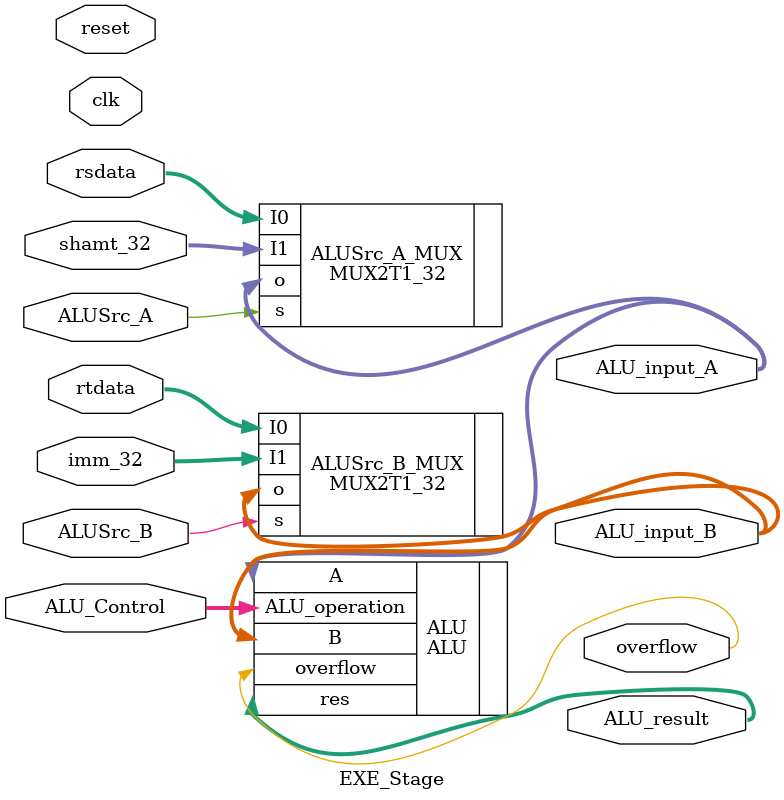
<source format=v>
`timescale 1ns / 1ps
module EXE_Stage(
	input clk,
	input reset,
	
	input [31:0] shamt_32,
	input [31:0] rsdata,
	input [31:0] rtdata,
	input [31:0] imm_32,
	
	input ALUSrc_A,
	input ALUSrc_B,
	input [3:0] ALU_Control,
	
	output [31:0] ALU_result,
	output overflow,
	//debug output
	output [31:0] ALU_input_A,
	output [31:0] ALU_input_B
    );
	
	MUX2T1_32 ALUSrc_A_MUX(
		.s(ALUSrc_A),
		.I0(rsdata),
		.I1(shamt_32),
		.o(ALU_input_A)
	);
	
	MUX2T1_32 ALUSrc_B_MUX(
		.s(ALUSrc_B),
		.I0(rtdata),
		.I1(imm_32),
		.o(ALU_input_B)
	);
	
	ALU ALU(
		.ALU_operation(ALU_Control),
		.A(ALU_input_A),
		.B(ALU_input_B),
		.res(ALU_result),
		.overflow(overflow)
	);


endmodule

</source>
